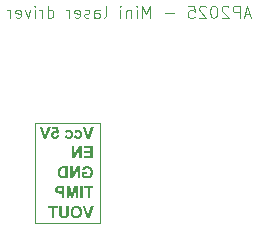
<source format=gbr>
%TF.GenerationSoftware,KiCad,Pcbnew,8.0.8*%
%TF.CreationDate,2025-02-06T15:12:14+01:00*%
%TF.ProjectId,mini-laser-driver,6d696e69-2d6c-4617-9365-722d64726976,rev?*%
%TF.SameCoordinates,Original*%
%TF.FileFunction,Legend,Bot*%
%TF.FilePolarity,Positive*%
%FSLAX46Y46*%
G04 Gerber Fmt 4.6, Leading zero omitted, Abs format (unit mm)*
G04 Created by KiCad (PCBNEW 8.0.8) date 2025-02-06 15:12:14*
%MOMM*%
%LPD*%
G01*
G04 APERTURE LIST*
%ADD10C,0.100000*%
%ADD11C,0.200000*%
G04 APERTURE END LIST*
D10*
X613000000Y-40250000D02*
X618500000Y-40250000D01*
X618500000Y-48750000D01*
X613000000Y-48750000D01*
X613000000Y-40250000D01*
D11*
G36*
X617640718Y-41610000D02*
G01*
X618000732Y-40593949D01*
X617780181Y-40593949D01*
X617525436Y-41344263D01*
X617278750Y-40593949D01*
X617063084Y-40593949D01*
X617423586Y-41610000D01*
X617640718Y-41610000D01*
G37*
G36*
X616329867Y-41078527D02*
G01*
X616520132Y-41109790D01*
X616535825Y-41062102D01*
X616563852Y-41027969D01*
X616608459Y-41005652D01*
X616652023Y-41000369D01*
X616701975Y-41007857D01*
X616746864Y-41032867D01*
X616767062Y-41053614D01*
X616791536Y-41098676D01*
X616804003Y-41148125D01*
X616809377Y-41201583D01*
X616810048Y-41231667D01*
X616808520Y-41280832D01*
X616802873Y-41330962D01*
X616791325Y-41378723D01*
X616769248Y-41424128D01*
X616766573Y-41427794D01*
X616729593Y-41462622D01*
X616684233Y-41481375D01*
X616649337Y-41484947D01*
X616599389Y-41477070D01*
X616559455Y-41453440D01*
X616531044Y-41413637D01*
X616514884Y-41367344D01*
X616509874Y-41344263D01*
X616320341Y-41375526D01*
X616335866Y-41426804D01*
X616356579Y-41472285D01*
X616386606Y-41517164D01*
X616423410Y-41554472D01*
X616433670Y-41562616D01*
X616479130Y-41590185D01*
X616524767Y-41607847D01*
X616575875Y-41619477D01*
X616632452Y-41625077D01*
X616658374Y-41625631D01*
X616716090Y-41622068D01*
X616769256Y-41611377D01*
X616817871Y-41593560D01*
X616861935Y-41568616D01*
X616901448Y-41536544D01*
X616913607Y-41524270D01*
X616945896Y-41483438D01*
X616971504Y-41437144D01*
X616990432Y-41385390D01*
X617002680Y-41328174D01*
X617007783Y-41276322D01*
X617008618Y-41243391D01*
X617006286Y-41188643D01*
X616999292Y-41137818D01*
X616984743Y-41082008D01*
X616963480Y-41031847D01*
X616935501Y-40987337D01*
X616913119Y-40960802D01*
X616874937Y-40926438D01*
X616832015Y-40899184D01*
X616784353Y-40879040D01*
X616731952Y-40866005D01*
X616674810Y-40860080D01*
X616654710Y-40859685D01*
X616599080Y-40862280D01*
X616548662Y-40870064D01*
X616497424Y-40885314D01*
X616452995Y-40907341D01*
X616442951Y-40913907D01*
X616402210Y-40948752D01*
X616371866Y-40987251D01*
X616347049Y-41032833D01*
X616329867Y-41078527D01*
G37*
G36*
X615551221Y-41078527D02*
G01*
X615741486Y-41109790D01*
X615757178Y-41062102D01*
X615785205Y-41027969D01*
X615829813Y-41005652D01*
X615873377Y-41000369D01*
X615923329Y-41007857D01*
X615968218Y-41032867D01*
X615988415Y-41053614D01*
X616012889Y-41098676D01*
X616025357Y-41148125D01*
X616030730Y-41201583D01*
X616031402Y-41231667D01*
X616029874Y-41280832D01*
X616024227Y-41330962D01*
X616012679Y-41378723D01*
X615990602Y-41424128D01*
X615987927Y-41427794D01*
X615950947Y-41462622D01*
X615905587Y-41481375D01*
X615870690Y-41484947D01*
X615820743Y-41477070D01*
X615780809Y-41453440D01*
X615752398Y-41413637D01*
X615736238Y-41367344D01*
X615731228Y-41344263D01*
X615541695Y-41375526D01*
X615557219Y-41426804D01*
X615577933Y-41472285D01*
X615607959Y-41517164D01*
X615644764Y-41554472D01*
X615655024Y-41562616D01*
X615700484Y-41590185D01*
X615746121Y-41607847D01*
X615797229Y-41619477D01*
X615853806Y-41625077D01*
X615879727Y-41625631D01*
X615937444Y-41622068D01*
X615990610Y-41611377D01*
X616039225Y-41593560D01*
X616083288Y-41568616D01*
X616122801Y-41536544D01*
X616134961Y-41524270D01*
X616167250Y-41483438D01*
X616192858Y-41437144D01*
X616211786Y-41385390D01*
X616224033Y-41328174D01*
X616229137Y-41276322D01*
X616229972Y-41243391D01*
X616227640Y-41188643D01*
X616220646Y-41137818D01*
X616206097Y-41082008D01*
X616184833Y-41031847D01*
X616156855Y-40987337D01*
X616134473Y-40960802D01*
X616096291Y-40926438D01*
X616053369Y-40899184D01*
X616005707Y-40879040D01*
X615953306Y-40866005D01*
X615896164Y-40860080D01*
X615876064Y-40859685D01*
X615820433Y-40862280D01*
X615770016Y-40870064D01*
X615718778Y-40885314D01*
X615674349Y-40907341D01*
X615664305Y-40913907D01*
X615623564Y-40948752D01*
X615593220Y-40987251D01*
X615568403Y-41032833D01*
X615551221Y-41078527D01*
G37*
G36*
X615058339Y-41319351D02*
G01*
X614866120Y-41297369D01*
X614855358Y-41347217D01*
X614833466Y-41391762D01*
X614817271Y-41411674D01*
X614776577Y-41441828D01*
X614727256Y-41453643D01*
X614723970Y-41453684D01*
X614674569Y-41445269D01*
X614632368Y-41420024D01*
X614621632Y-41409720D01*
X614594433Y-41366425D01*
X614582248Y-41318267D01*
X614579623Y-41276608D01*
X614584529Y-41224144D01*
X614602978Y-41174942D01*
X614621144Y-41151556D01*
X614662290Y-41123005D01*
X614713067Y-41110443D01*
X614729344Y-41109790D01*
X614779576Y-41117423D01*
X614826468Y-41140321D01*
X614865817Y-41173980D01*
X614878332Y-41187948D01*
X615034891Y-41163768D01*
X614935973Y-40609581D01*
X614425750Y-40609581D01*
X614425750Y-40797159D01*
X614789672Y-40797159D01*
X614819958Y-40973503D01*
X614775281Y-40953200D01*
X614725753Y-40940664D01*
X614688066Y-40937843D01*
X614633742Y-40942296D01*
X614583180Y-40955655D01*
X614536382Y-40977919D01*
X614493348Y-41009090D01*
X614470446Y-41030900D01*
X614435614Y-41074170D01*
X614409338Y-41122769D01*
X614391616Y-41176698D01*
X614383236Y-41227165D01*
X614381053Y-41272212D01*
X614384501Y-41325019D01*
X614394844Y-41375301D01*
X614412083Y-41423059D01*
X614436218Y-41468293D01*
X614453105Y-41493007D01*
X614485654Y-41531214D01*
X614529641Y-41568515D01*
X614579003Y-41596490D01*
X614633740Y-41615140D01*
X614683460Y-41623559D01*
X614725924Y-41625631D01*
X614776411Y-41622712D01*
X614830732Y-41611926D01*
X614880122Y-41593193D01*
X614924579Y-41566512D01*
X614953314Y-41542588D01*
X614988393Y-41503522D01*
X615016693Y-41458987D01*
X615038215Y-41408981D01*
X615051267Y-41361766D01*
X615058339Y-41319351D01*
G37*
G36*
X613982937Y-41610000D02*
G01*
X614342951Y-40593949D01*
X614122400Y-40593949D01*
X613867655Y-41344263D01*
X613620969Y-40593949D01*
X613405303Y-40593949D01*
X613765806Y-41610000D01*
X613982937Y-41610000D01*
G37*
G36*
X617897662Y-43290000D02*
G01*
X617897662Y-42273949D01*
X617151011Y-42273949D01*
X617151011Y-42445896D01*
X617694207Y-42445896D01*
X617694207Y-42664738D01*
X617188625Y-42664738D01*
X617188625Y-42836685D01*
X617694207Y-42836685D01*
X617694207Y-43118053D01*
X617131716Y-43118053D01*
X617131716Y-43290000D01*
X617897662Y-43290000D01*
G37*
G36*
X616962456Y-43290000D02*
G01*
X616962456Y-42273949D01*
X616764619Y-42273949D01*
X616352581Y-42960516D01*
X616352581Y-42273949D01*
X616163782Y-42273949D01*
X616163782Y-43290000D01*
X616367725Y-43290000D01*
X616773656Y-42613691D01*
X616773656Y-43290000D01*
X616962456Y-43290000D01*
G37*
G36*
X617429204Y-44594842D02*
G01*
X617429204Y-44422896D01*
X616990788Y-44422896D01*
X616990788Y-44831270D01*
X617031304Y-44864594D01*
X617074909Y-44892270D01*
X617118924Y-44914984D01*
X617168408Y-44936295D01*
X617175924Y-44939225D01*
X617229077Y-44957307D01*
X617282533Y-44970948D01*
X617336294Y-44980148D01*
X617390358Y-44984906D01*
X617421388Y-44985631D01*
X617479222Y-44983287D01*
X617534205Y-44976254D01*
X617586338Y-44964534D01*
X617635620Y-44948125D01*
X617682051Y-44927027D01*
X617696894Y-44918953D01*
X617738897Y-44891939D01*
X617776796Y-44860907D01*
X617815823Y-44819624D01*
X617844829Y-44779885D01*
X617869731Y-44736127D01*
X617873482Y-44728443D01*
X617893569Y-44681151D01*
X617909500Y-44632330D01*
X617921275Y-44581981D01*
X617928894Y-44530103D01*
X617932358Y-44476697D01*
X617932588Y-44458555D01*
X617930270Y-44400449D01*
X617923315Y-44344833D01*
X617911723Y-44291708D01*
X617895494Y-44241072D01*
X617874629Y-44192927D01*
X617866643Y-44177431D01*
X617839767Y-44133287D01*
X617808597Y-44093179D01*
X617773134Y-44057107D01*
X617733378Y-44025070D01*
X617689328Y-43997069D01*
X617673691Y-43988632D01*
X617622263Y-43966619D01*
X617572429Y-43952518D01*
X617518085Y-43943231D01*
X617467913Y-43939104D01*
X617432623Y-43938318D01*
X617376015Y-43940345D01*
X617323425Y-43946427D01*
X617274854Y-43956564D01*
X617221874Y-43974081D01*
X617174682Y-43997437D01*
X617139776Y-44021360D01*
X617102854Y-44054734D01*
X617071220Y-44092572D01*
X617044876Y-44134876D01*
X617023822Y-44181645D01*
X617008057Y-44232878D01*
X617003977Y-44250949D01*
X617205966Y-44282212D01*
X617222920Y-44235715D01*
X617250054Y-44192117D01*
X617286078Y-44156427D01*
X617329841Y-44130145D01*
X617380531Y-44114773D01*
X617432623Y-44110265D01*
X617488349Y-44114367D01*
X617538838Y-44126674D01*
X617584092Y-44147185D01*
X617624110Y-44175901D01*
X617644626Y-44195994D01*
X617675271Y-44237379D01*
X617698388Y-44286735D01*
X617712213Y-44335384D01*
X617720507Y-44389889D01*
X617723196Y-44439784D01*
X617723272Y-44450251D01*
X617721328Y-44504819D01*
X617715497Y-44554951D01*
X617703367Y-44609253D01*
X617685638Y-44657166D01*
X617657879Y-44704991D01*
X617643649Y-44722826D01*
X617606346Y-44758229D01*
X617564322Y-44784936D01*
X617517576Y-44802948D01*
X617466108Y-44812264D01*
X617434577Y-44813684D01*
X617382702Y-44809452D01*
X617334674Y-44798031D01*
X617306594Y-44788039D01*
X617260959Y-44767259D01*
X617217257Y-44741259D01*
X617196196Y-44725757D01*
X617196196Y-44594842D01*
X617429204Y-44594842D01*
G37*
G36*
X616807117Y-44970000D02*
G01*
X616807117Y-43953949D01*
X616609281Y-43953949D01*
X616197243Y-44640516D01*
X616197243Y-43953949D01*
X616008443Y-43953949D01*
X616008443Y-44970000D01*
X616212386Y-44970000D01*
X616618318Y-44293691D01*
X616618318Y-44970000D01*
X616807117Y-44970000D01*
G37*
G36*
X615799860Y-44970000D02*
G01*
X615417131Y-44970000D01*
X615389688Y-44969664D01*
X615339039Y-44966977D01*
X615288809Y-44960743D01*
X615237124Y-44948506D01*
X615226033Y-44944783D01*
X615179689Y-44925811D01*
X615135038Y-44900471D01*
X615094242Y-44867418D01*
X615089893Y-44863087D01*
X615057382Y-44825470D01*
X615028931Y-44782571D01*
X615004542Y-44734390D01*
X614986531Y-44687899D01*
X614982775Y-44676407D01*
X614970174Y-44627749D01*
X614961450Y-44574787D01*
X614956997Y-44524913D01*
X614955512Y-44471744D01*
X614955652Y-44462219D01*
X615165806Y-44462219D01*
X615166130Y-44490879D01*
X615168725Y-44543574D01*
X615174746Y-44595485D01*
X615186566Y-44648332D01*
X615190520Y-44660772D01*
X615210136Y-44706889D01*
X615239811Y-44746273D01*
X615273968Y-44770223D01*
X615321632Y-44788283D01*
X615340463Y-44792090D01*
X615391727Y-44796898D01*
X615444731Y-44798053D01*
X615596406Y-44798053D01*
X615596406Y-44125896D01*
X615505059Y-44125896D01*
X615497369Y-44125906D01*
X615441601Y-44126669D01*
X615391088Y-44128987D01*
X615338241Y-44135666D01*
X615334689Y-44136467D01*
X615286156Y-44153862D01*
X615244207Y-44183538D01*
X615235186Y-44192765D01*
X615205977Y-44235119D01*
X615186566Y-44281723D01*
X615180585Y-44302745D01*
X615171665Y-44352767D01*
X615167103Y-44406882D01*
X615165806Y-44462219D01*
X614955652Y-44462219D01*
X614956028Y-44436737D01*
X614958732Y-44386903D01*
X614964818Y-44332822D01*
X614974060Y-44283112D01*
X614988485Y-44231653D01*
X614999529Y-44201939D01*
X615023133Y-44152179D01*
X615051529Y-44107211D01*
X615084717Y-44067034D01*
X615105099Y-44046970D01*
X615144884Y-44015903D01*
X615188648Y-43991328D01*
X615236392Y-43973244D01*
X615273104Y-43964803D01*
X615323347Y-43958189D01*
X615375955Y-43954873D01*
X615428122Y-43953949D01*
X615799860Y-43953949D01*
X615799860Y-44970000D01*
G37*
G36*
X617671004Y-46650000D02*
G01*
X617671004Y-45805896D01*
X617969713Y-45805896D01*
X617969713Y-45633949D01*
X617169574Y-45633949D01*
X617169574Y-45805896D01*
X617467550Y-45805896D01*
X617467550Y-46650000D01*
X617671004Y-46650000D01*
G37*
G36*
X617048918Y-46650000D02*
G01*
X617048918Y-45633949D01*
X616845708Y-45633949D01*
X616845708Y-46650000D01*
X617048918Y-46650000D01*
G37*
G36*
X616656664Y-46650000D02*
G01*
X616656664Y-45633949D01*
X616352337Y-45633949D01*
X616169644Y-46327110D01*
X615988904Y-45633949D01*
X615684089Y-45633949D01*
X615684089Y-46650000D01*
X615872889Y-46650000D01*
X615872889Y-45850104D01*
X616072923Y-46650000D01*
X616268562Y-46650000D01*
X616467864Y-45850104D01*
X616467864Y-46650000D01*
X616656664Y-46650000D01*
G37*
G36*
X615488450Y-46650000D02*
G01*
X615284996Y-46650000D01*
X615284996Y-46259211D01*
X615152372Y-46259211D01*
X615095119Y-46258521D01*
X615044107Y-46256453D01*
X614993449Y-46252400D01*
X614941591Y-46244801D01*
X614924847Y-46240547D01*
X614878471Y-46222354D01*
X614836078Y-46197173D01*
X614814289Y-46180168D01*
X614778413Y-46141703D01*
X614750593Y-46098255D01*
X614746511Y-46090264D01*
X614728770Y-46042218D01*
X614719553Y-45992530D01*
X614717044Y-45945847D01*
X614926448Y-45945847D01*
X614929676Y-45977309D01*
X614949406Y-46023028D01*
X614969098Y-46045468D01*
X615012909Y-46071877D01*
X615018289Y-46073740D01*
X615068415Y-46082921D01*
X615118514Y-46086302D01*
X615173621Y-46087264D01*
X615284996Y-46087264D01*
X615284996Y-45805896D01*
X615186810Y-45805896D01*
X615142243Y-45806223D01*
X615090780Y-45807826D01*
X615040509Y-45812735D01*
X614997837Y-45826774D01*
X614958688Y-45856699D01*
X614934508Y-45896571D01*
X614926448Y-45945847D01*
X614717044Y-45945847D01*
X614716887Y-45942916D01*
X614719680Y-45892565D01*
X614729713Y-45840202D01*
X614747043Y-45793365D01*
X614775261Y-45747278D01*
X614794195Y-45724917D01*
X614831761Y-45691218D01*
X614873810Y-45665944D01*
X614920341Y-45649092D01*
X614941057Y-45644730D01*
X614994273Y-45638741D01*
X615049821Y-45635739D01*
X615107295Y-45634319D01*
X615162142Y-45633949D01*
X615488450Y-45633949D01*
X615488450Y-46650000D01*
G37*
G36*
X617640718Y-48330000D02*
G01*
X618000732Y-47313949D01*
X617780181Y-47313949D01*
X617525436Y-48064263D01*
X617278750Y-47313949D01*
X617063084Y-47313949D01*
X617423586Y-48330000D01*
X617640718Y-48330000D01*
G37*
G36*
X616534156Y-47298474D02*
G01*
X616585756Y-47301486D01*
X616634621Y-47308332D01*
X616687118Y-47320849D01*
X616736043Y-47338374D01*
X616740444Y-47340267D01*
X616787437Y-47365187D01*
X616827904Y-47394353D01*
X616866224Y-47429720D01*
X616873546Y-47437446D01*
X616907234Y-47477966D01*
X616936057Y-47521634D01*
X616960013Y-47568450D01*
X616977905Y-47616771D01*
X616991402Y-47669837D01*
X616999474Y-47719099D01*
X617004317Y-47771846D01*
X617005931Y-47828080D01*
X617005802Y-47843092D01*
X617002693Y-47901109D01*
X616995440Y-47955882D01*
X616984043Y-48007412D01*
X616968501Y-48055697D01*
X616943246Y-48111493D01*
X616911514Y-48162220D01*
X616873307Y-48207878D01*
X616829614Y-48247563D01*
X616781425Y-48280521D01*
X616728740Y-48306753D01*
X616671559Y-48326260D01*
X616622577Y-48337021D01*
X616570717Y-48343479D01*
X616515980Y-48345631D01*
X616461930Y-48343467D01*
X616410665Y-48336976D01*
X616362187Y-48326156D01*
X616305507Y-48306547D01*
X616253179Y-48280175D01*
X616205205Y-48247041D01*
X616161584Y-48207145D01*
X616145524Y-48189418D01*
X616109907Y-48141450D01*
X616080766Y-48088272D01*
X616062116Y-48041976D01*
X616047610Y-47992345D01*
X616037249Y-47939379D01*
X616031032Y-47883077D01*
X616028960Y-47823440D01*
X616029044Y-47818555D01*
X616239253Y-47818555D01*
X616239329Y-47829566D01*
X616241992Y-47882025D01*
X616250209Y-47939261D01*
X616263905Y-47990262D01*
X616286807Y-48041886D01*
X616317166Y-48085024D01*
X616327076Y-48095760D01*
X616364451Y-48127882D01*
X616412288Y-48154203D01*
X616465590Y-48169442D01*
X616516713Y-48173684D01*
X616531751Y-48173335D01*
X616581770Y-48166613D01*
X616633954Y-48148455D01*
X616680825Y-48119123D01*
X616717480Y-48084291D01*
X616727033Y-48072759D01*
X616755616Y-48027244D01*
X616774106Y-47981849D01*
X616787049Y-47930563D01*
X616794445Y-47873388D01*
X616796371Y-47821242D01*
X616796296Y-47810322D01*
X616793666Y-47758321D01*
X616785552Y-47701635D01*
X616772028Y-47651183D01*
X616749412Y-47600201D01*
X616719434Y-47557704D01*
X616709626Y-47547115D01*
X616666579Y-47511593D01*
X616617425Y-47487001D01*
X616569406Y-47474449D01*
X616516713Y-47470265D01*
X616501214Y-47470602D01*
X616450018Y-47477104D01*
X616397319Y-47494667D01*
X616350817Y-47523037D01*
X616315212Y-47556727D01*
X616310539Y-47562203D01*
X616281980Y-47605423D01*
X616260691Y-47657198D01*
X616248229Y-47708386D01*
X616241107Y-47765859D01*
X616239253Y-47818555D01*
X616029044Y-47818555D01*
X616029482Y-47792937D01*
X616033657Y-47734479D01*
X616042007Y-47679418D01*
X616054532Y-47627753D01*
X616071232Y-47579484D01*
X616092107Y-47534612D01*
X616124072Y-47483299D01*
X616162561Y-47437292D01*
X616206487Y-47397255D01*
X616254767Y-47364005D01*
X616307400Y-47337540D01*
X616364385Y-47317861D01*
X616413108Y-47307004D01*
X616464616Y-47300489D01*
X616518911Y-47298318D01*
X616534156Y-47298474D01*
G37*
G36*
X615877773Y-47313949D02*
G01*
X615674319Y-47313949D01*
X615674319Y-47865450D01*
X615673957Y-47918414D01*
X615672655Y-47968125D01*
X615669321Y-48017634D01*
X615666748Y-48035443D01*
X615650264Y-48082174D01*
X615619169Y-48123394D01*
X615604710Y-48135826D01*
X615558738Y-48160338D01*
X615510646Y-48171318D01*
X615470376Y-48173684D01*
X615420359Y-48170202D01*
X615371358Y-48156829D01*
X615339706Y-48138025D01*
X615306218Y-48100823D01*
X615287534Y-48053333D01*
X615286950Y-48050097D01*
X615281443Y-48001394D01*
X615278981Y-47952153D01*
X615277992Y-47899237D01*
X615277913Y-47877173D01*
X615277913Y-47313949D01*
X615074703Y-47313949D01*
X615074703Y-47846643D01*
X615075108Y-47901117D01*
X615076325Y-47950355D01*
X615078855Y-48002531D01*
X615083283Y-48053874D01*
X615091311Y-48104808D01*
X615105881Y-48153923D01*
X615129345Y-48201184D01*
X615152128Y-48232302D01*
X615189509Y-48268183D01*
X615231197Y-48295884D01*
X615270586Y-48314856D01*
X615321299Y-48331085D01*
X615374569Y-48340552D01*
X615427986Y-48344880D01*
X615464270Y-48345631D01*
X615515870Y-48344455D01*
X615569906Y-48340109D01*
X615623533Y-48331220D01*
X615673499Y-48316222D01*
X615683112Y-48312170D01*
X615726618Y-48289172D01*
X615767421Y-48259411D01*
X615800837Y-48224975D01*
X615829104Y-48183954D01*
X615850347Y-48137886D01*
X615857745Y-48112379D01*
X615866508Y-48063592D01*
X615872121Y-48012387D01*
X615875407Y-47962173D01*
X615877284Y-47906119D01*
X615877773Y-47854947D01*
X615877773Y-47313949D01*
G37*
G36*
X614639462Y-48330000D02*
G01*
X614639462Y-47485896D01*
X614938171Y-47485896D01*
X614938171Y-47313949D01*
X614138032Y-47313949D01*
X614138032Y-47485896D01*
X614436008Y-47485896D01*
X614436008Y-48330000D01*
X614639462Y-48330000D01*
G37*
D10*
X631243734Y-31086704D02*
X630767544Y-31086704D01*
X631338972Y-31372419D02*
X631005639Y-30372419D01*
X631005639Y-30372419D02*
X630672306Y-31372419D01*
X630338972Y-31372419D02*
X630338972Y-30372419D01*
X630338972Y-30372419D02*
X629958020Y-30372419D01*
X629958020Y-30372419D02*
X629862782Y-30420038D01*
X629862782Y-30420038D02*
X629815163Y-30467657D01*
X629815163Y-30467657D02*
X629767544Y-30562895D01*
X629767544Y-30562895D02*
X629767544Y-30705752D01*
X629767544Y-30705752D02*
X629815163Y-30800990D01*
X629815163Y-30800990D02*
X629862782Y-30848609D01*
X629862782Y-30848609D02*
X629958020Y-30896228D01*
X629958020Y-30896228D02*
X630338972Y-30896228D01*
X629386591Y-30467657D02*
X629338972Y-30420038D01*
X629338972Y-30420038D02*
X629243734Y-30372419D01*
X629243734Y-30372419D02*
X629005639Y-30372419D01*
X629005639Y-30372419D02*
X628910401Y-30420038D01*
X628910401Y-30420038D02*
X628862782Y-30467657D01*
X628862782Y-30467657D02*
X628815163Y-30562895D01*
X628815163Y-30562895D02*
X628815163Y-30658133D01*
X628815163Y-30658133D02*
X628862782Y-30800990D01*
X628862782Y-30800990D02*
X629434210Y-31372419D01*
X629434210Y-31372419D02*
X628815163Y-31372419D01*
X628196115Y-30372419D02*
X628100877Y-30372419D01*
X628100877Y-30372419D02*
X628005639Y-30420038D01*
X628005639Y-30420038D02*
X627958020Y-30467657D01*
X627958020Y-30467657D02*
X627910401Y-30562895D01*
X627910401Y-30562895D02*
X627862782Y-30753371D01*
X627862782Y-30753371D02*
X627862782Y-30991466D01*
X627862782Y-30991466D02*
X627910401Y-31181942D01*
X627910401Y-31181942D02*
X627958020Y-31277180D01*
X627958020Y-31277180D02*
X628005639Y-31324800D01*
X628005639Y-31324800D02*
X628100877Y-31372419D01*
X628100877Y-31372419D02*
X628196115Y-31372419D01*
X628196115Y-31372419D02*
X628291353Y-31324800D01*
X628291353Y-31324800D02*
X628338972Y-31277180D01*
X628338972Y-31277180D02*
X628386591Y-31181942D01*
X628386591Y-31181942D02*
X628434210Y-30991466D01*
X628434210Y-30991466D02*
X628434210Y-30753371D01*
X628434210Y-30753371D02*
X628386591Y-30562895D01*
X628386591Y-30562895D02*
X628338972Y-30467657D01*
X628338972Y-30467657D02*
X628291353Y-30420038D01*
X628291353Y-30420038D02*
X628196115Y-30372419D01*
X627481829Y-30467657D02*
X627434210Y-30420038D01*
X627434210Y-30420038D02*
X627338972Y-30372419D01*
X627338972Y-30372419D02*
X627100877Y-30372419D01*
X627100877Y-30372419D02*
X627005639Y-30420038D01*
X627005639Y-30420038D02*
X626958020Y-30467657D01*
X626958020Y-30467657D02*
X626910401Y-30562895D01*
X626910401Y-30562895D02*
X626910401Y-30658133D01*
X626910401Y-30658133D02*
X626958020Y-30800990D01*
X626958020Y-30800990D02*
X627529448Y-31372419D01*
X627529448Y-31372419D02*
X626910401Y-31372419D01*
X626005639Y-30372419D02*
X626481829Y-30372419D01*
X626481829Y-30372419D02*
X626529448Y-30848609D01*
X626529448Y-30848609D02*
X626481829Y-30800990D01*
X626481829Y-30800990D02*
X626386591Y-30753371D01*
X626386591Y-30753371D02*
X626148496Y-30753371D01*
X626148496Y-30753371D02*
X626053258Y-30800990D01*
X626053258Y-30800990D02*
X626005639Y-30848609D01*
X626005639Y-30848609D02*
X625958020Y-30943847D01*
X625958020Y-30943847D02*
X625958020Y-31181942D01*
X625958020Y-31181942D02*
X626005639Y-31277180D01*
X626005639Y-31277180D02*
X626053258Y-31324800D01*
X626053258Y-31324800D02*
X626148496Y-31372419D01*
X626148496Y-31372419D02*
X626386591Y-31372419D01*
X626386591Y-31372419D02*
X626481829Y-31324800D01*
X626481829Y-31324800D02*
X626529448Y-31277180D01*
X624767543Y-30991466D02*
X624005639Y-30991466D01*
X622767543Y-31372419D02*
X622767543Y-30372419D01*
X622767543Y-30372419D02*
X622434210Y-31086704D01*
X622434210Y-31086704D02*
X622100877Y-30372419D01*
X622100877Y-30372419D02*
X622100877Y-31372419D01*
X621624686Y-31372419D02*
X621624686Y-30705752D01*
X621624686Y-30372419D02*
X621672305Y-30420038D01*
X621672305Y-30420038D02*
X621624686Y-30467657D01*
X621624686Y-30467657D02*
X621577067Y-30420038D01*
X621577067Y-30420038D02*
X621624686Y-30372419D01*
X621624686Y-30372419D02*
X621624686Y-30467657D01*
X621148496Y-30705752D02*
X621148496Y-31372419D01*
X621148496Y-30800990D02*
X621100877Y-30753371D01*
X621100877Y-30753371D02*
X621005639Y-30705752D01*
X621005639Y-30705752D02*
X620862782Y-30705752D01*
X620862782Y-30705752D02*
X620767544Y-30753371D01*
X620767544Y-30753371D02*
X620719925Y-30848609D01*
X620719925Y-30848609D02*
X620719925Y-31372419D01*
X620243734Y-31372419D02*
X620243734Y-30705752D01*
X620243734Y-30372419D02*
X620291353Y-30420038D01*
X620291353Y-30420038D02*
X620243734Y-30467657D01*
X620243734Y-30467657D02*
X620196115Y-30420038D01*
X620196115Y-30420038D02*
X620243734Y-30372419D01*
X620243734Y-30372419D02*
X620243734Y-30467657D01*
X618862782Y-31372419D02*
X618958020Y-31324800D01*
X618958020Y-31324800D02*
X619005639Y-31229561D01*
X619005639Y-31229561D02*
X619005639Y-30372419D01*
X618053258Y-31372419D02*
X618053258Y-30848609D01*
X618053258Y-30848609D02*
X618100877Y-30753371D01*
X618100877Y-30753371D02*
X618196115Y-30705752D01*
X618196115Y-30705752D02*
X618386591Y-30705752D01*
X618386591Y-30705752D02*
X618481829Y-30753371D01*
X618053258Y-31324800D02*
X618148496Y-31372419D01*
X618148496Y-31372419D02*
X618386591Y-31372419D01*
X618386591Y-31372419D02*
X618481829Y-31324800D01*
X618481829Y-31324800D02*
X618529448Y-31229561D01*
X618529448Y-31229561D02*
X618529448Y-31134323D01*
X618529448Y-31134323D02*
X618481829Y-31039085D01*
X618481829Y-31039085D02*
X618386591Y-30991466D01*
X618386591Y-30991466D02*
X618148496Y-30991466D01*
X618148496Y-30991466D02*
X618053258Y-30943847D01*
X617624686Y-31324800D02*
X617529448Y-31372419D01*
X617529448Y-31372419D02*
X617338972Y-31372419D01*
X617338972Y-31372419D02*
X617243734Y-31324800D01*
X617243734Y-31324800D02*
X617196115Y-31229561D01*
X617196115Y-31229561D02*
X617196115Y-31181942D01*
X617196115Y-31181942D02*
X617243734Y-31086704D01*
X617243734Y-31086704D02*
X617338972Y-31039085D01*
X617338972Y-31039085D02*
X617481829Y-31039085D01*
X617481829Y-31039085D02*
X617577067Y-30991466D01*
X617577067Y-30991466D02*
X617624686Y-30896228D01*
X617624686Y-30896228D02*
X617624686Y-30848609D01*
X617624686Y-30848609D02*
X617577067Y-30753371D01*
X617577067Y-30753371D02*
X617481829Y-30705752D01*
X617481829Y-30705752D02*
X617338972Y-30705752D01*
X617338972Y-30705752D02*
X617243734Y-30753371D01*
X616386591Y-31324800D02*
X616481829Y-31372419D01*
X616481829Y-31372419D02*
X616672305Y-31372419D01*
X616672305Y-31372419D02*
X616767543Y-31324800D01*
X616767543Y-31324800D02*
X616815162Y-31229561D01*
X616815162Y-31229561D02*
X616815162Y-30848609D01*
X616815162Y-30848609D02*
X616767543Y-30753371D01*
X616767543Y-30753371D02*
X616672305Y-30705752D01*
X616672305Y-30705752D02*
X616481829Y-30705752D01*
X616481829Y-30705752D02*
X616386591Y-30753371D01*
X616386591Y-30753371D02*
X616338972Y-30848609D01*
X616338972Y-30848609D02*
X616338972Y-30943847D01*
X616338972Y-30943847D02*
X616815162Y-31039085D01*
X615910400Y-31372419D02*
X615910400Y-30705752D01*
X615910400Y-30896228D02*
X615862781Y-30800990D01*
X615862781Y-30800990D02*
X615815162Y-30753371D01*
X615815162Y-30753371D02*
X615719924Y-30705752D01*
X615719924Y-30705752D02*
X615624686Y-30705752D01*
X614100876Y-31372419D02*
X614100876Y-30372419D01*
X614100876Y-31324800D02*
X614196114Y-31372419D01*
X614196114Y-31372419D02*
X614386590Y-31372419D01*
X614386590Y-31372419D02*
X614481828Y-31324800D01*
X614481828Y-31324800D02*
X614529447Y-31277180D01*
X614529447Y-31277180D02*
X614577066Y-31181942D01*
X614577066Y-31181942D02*
X614577066Y-30896228D01*
X614577066Y-30896228D02*
X614529447Y-30800990D01*
X614529447Y-30800990D02*
X614481828Y-30753371D01*
X614481828Y-30753371D02*
X614386590Y-30705752D01*
X614386590Y-30705752D02*
X614196114Y-30705752D01*
X614196114Y-30705752D02*
X614100876Y-30753371D01*
X613624685Y-31372419D02*
X613624685Y-30705752D01*
X613624685Y-30896228D02*
X613577066Y-30800990D01*
X613577066Y-30800990D02*
X613529447Y-30753371D01*
X613529447Y-30753371D02*
X613434209Y-30705752D01*
X613434209Y-30705752D02*
X613338971Y-30705752D01*
X613005637Y-31372419D02*
X613005637Y-30705752D01*
X613005637Y-30372419D02*
X613053256Y-30420038D01*
X613053256Y-30420038D02*
X613005637Y-30467657D01*
X613005637Y-30467657D02*
X612958018Y-30420038D01*
X612958018Y-30420038D02*
X613005637Y-30372419D01*
X613005637Y-30372419D02*
X613005637Y-30467657D01*
X612624685Y-30705752D02*
X612386590Y-31372419D01*
X612386590Y-31372419D02*
X612148495Y-30705752D01*
X611386590Y-31324800D02*
X611481828Y-31372419D01*
X611481828Y-31372419D02*
X611672304Y-31372419D01*
X611672304Y-31372419D02*
X611767542Y-31324800D01*
X611767542Y-31324800D02*
X611815161Y-31229561D01*
X611815161Y-31229561D02*
X611815161Y-30848609D01*
X611815161Y-30848609D02*
X611767542Y-30753371D01*
X611767542Y-30753371D02*
X611672304Y-30705752D01*
X611672304Y-30705752D02*
X611481828Y-30705752D01*
X611481828Y-30705752D02*
X611386590Y-30753371D01*
X611386590Y-30753371D02*
X611338971Y-30848609D01*
X611338971Y-30848609D02*
X611338971Y-30943847D01*
X611338971Y-30943847D02*
X611815161Y-31039085D01*
X610910399Y-31372419D02*
X610910399Y-30705752D01*
X610910399Y-30896228D02*
X610862780Y-30800990D01*
X610862780Y-30800990D02*
X610815161Y-30753371D01*
X610815161Y-30753371D02*
X610719923Y-30705752D01*
X610719923Y-30705752D02*
X610624685Y-30705752D01*
M02*

</source>
